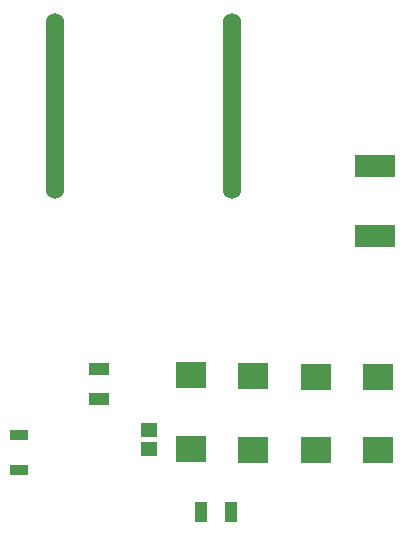
<source format=gtp>
G04*
G04 #@! TF.GenerationSoftware,Altium Limited,Altium Designer,21.6.4 (81)*
G04*
G04 Layer_Color=8421504*
%FSLAX25Y25*%
%MOIN*%
G70*
G04*
G04 #@! TF.SameCoordinates,ECC3328B-F9AE-4BC9-A904-C506F5FB7740*
G04*
G04*
G04 #@! TF.FilePolarity,Positive*
G04*
G01*
G75*
%ADD18O,0.06000X0.62000*%
%ADD19R,0.09921X0.09095*%
%ADD20R,0.05709X0.05140*%
%ADD21R,0.13800X0.07700*%
%ADD22R,0.06300X0.03800*%
%ADD23R,0.04134X0.07087*%
%ADD24R,0.07087X0.04134*%
D18*
X53276Y188189D02*
D03*
X112276D02*
D03*
D19*
X140157Y97736D02*
D03*
Y73327D02*
D03*
X98622Y98228D02*
D03*
Y73819D02*
D03*
X119193Y97933D02*
D03*
Y73524D02*
D03*
X160728Y97736D02*
D03*
Y73327D02*
D03*
D20*
X84646Y79932D02*
D03*
Y73611D02*
D03*
D21*
X159941Y167998D02*
D03*
Y144798D02*
D03*
D22*
X41240Y66739D02*
D03*
Y78339D02*
D03*
D23*
X101772Y52854D02*
D03*
X111811D02*
D03*
D24*
X67913Y100394D02*
D03*
Y90354D02*
D03*
M02*

</source>
